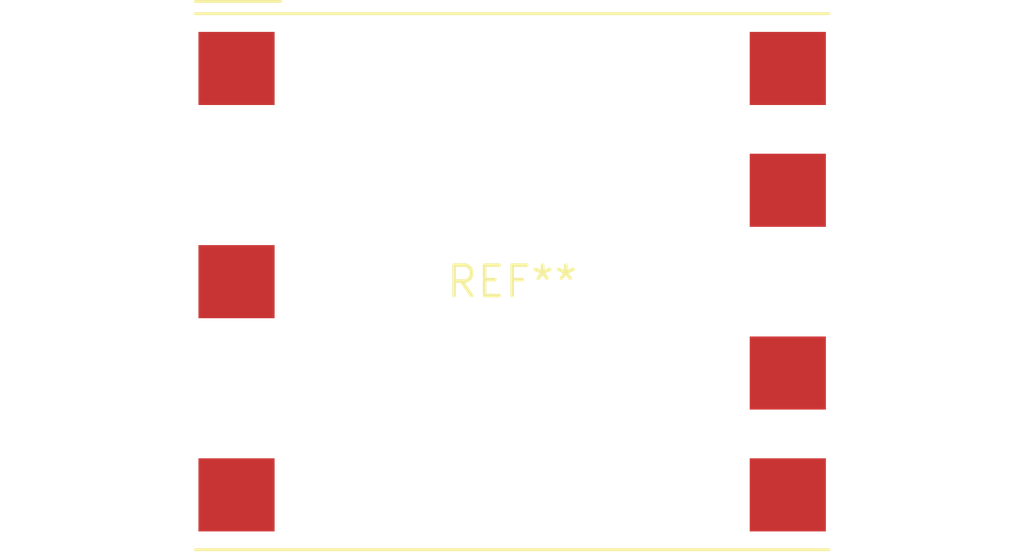
<source format=kicad_pcb>
(kicad_pcb (version 20240108) (generator pcbnew)
  (layers (0 "F.Cu" signal) (31 "B.Cu" signal) (34 "B.Paste" user) (35 "F.Paste" user) (36 "B.SilkS" user "B.Silkscreen") (37 "F.SilkS" user "F.Silkscreen") (38 "B.Mask" user) (39 "F.Mask" user) (44 "Edge.Cuts" user))
  (net 0 "")
  (footprint "Oscillator_SMD_OCXO_ConnorWinfield_OH300" (layer "F.Cu") (at 0 0)
    (property "Reference" "REF**")
    (property "Value" "Oscillator_SMD_OCXO_ConnorWinfield_OH300")
    (fp_line (start -13.208 -11.176) (end 13.208 -11.176) (layer "F.SilkS") (stroke (width 0.12)))
    (fp_line (start -9.652 -11.684) (end -13.208 -11.684) (layer "F.SilkS") (stroke (width 0.12)))
    (fp_line (start 13.208 11.176) (end -13.208 11.176) (layer "F.SilkS") (stroke (width 0.12)))
    (pad "1" smd rect (at -11.4935 -8.89 270) (size 3.048 3.175) (layers "F.Cu" "F.Paste" "F.Mask"))
    (pad "2" smd rect (at -11.4935 0 270) (size 3.048 3.175) (layers "F.Cu" "F.Paste" "F.Mask"))
    (pad "3" smd rect (at -11.4935 8.89 270) (size 3.048 3.175) (layers "F.Cu" "F.Paste" "F.Mask"))
    (pad "4" smd rect (at 11.4935 8.89 270) (size 3.048 3.175) (layers "F.Cu" "F.Paste" "F.Mask"))
    (pad "5" smd rect (at 11.4935 3.81 270) (size 3.048 3.175) (layers "F.Cu" "F.Paste" "F.Mask"))
    (pad "6" smd rect (at 11.4935 -3.81 270) (size 3.048 3.175) (layers "F.Cu" "F.Paste" "F.Mask"))
    (pad "7" smd rect (at 11.4935 -8.89 270) (size 3.048 3.175) (layers "F.Cu" "F.Paste" "F.Mask"))
  )
)
</source>
